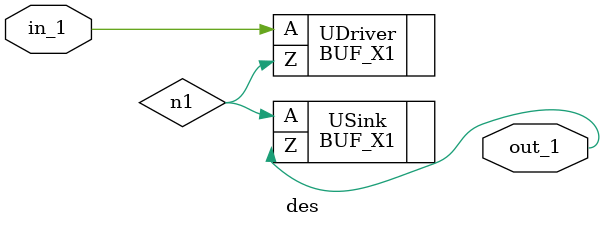
<source format=v>

module des ( in_1, out_1);
  input in_1;
  output out_1;
  wire n1;

  BUF_X1 UDriver ( .A(in_1), .Z(n1) );
  BUF_X1 USink ( .A(n1), .Z(out_1) );

endmodule


</source>
